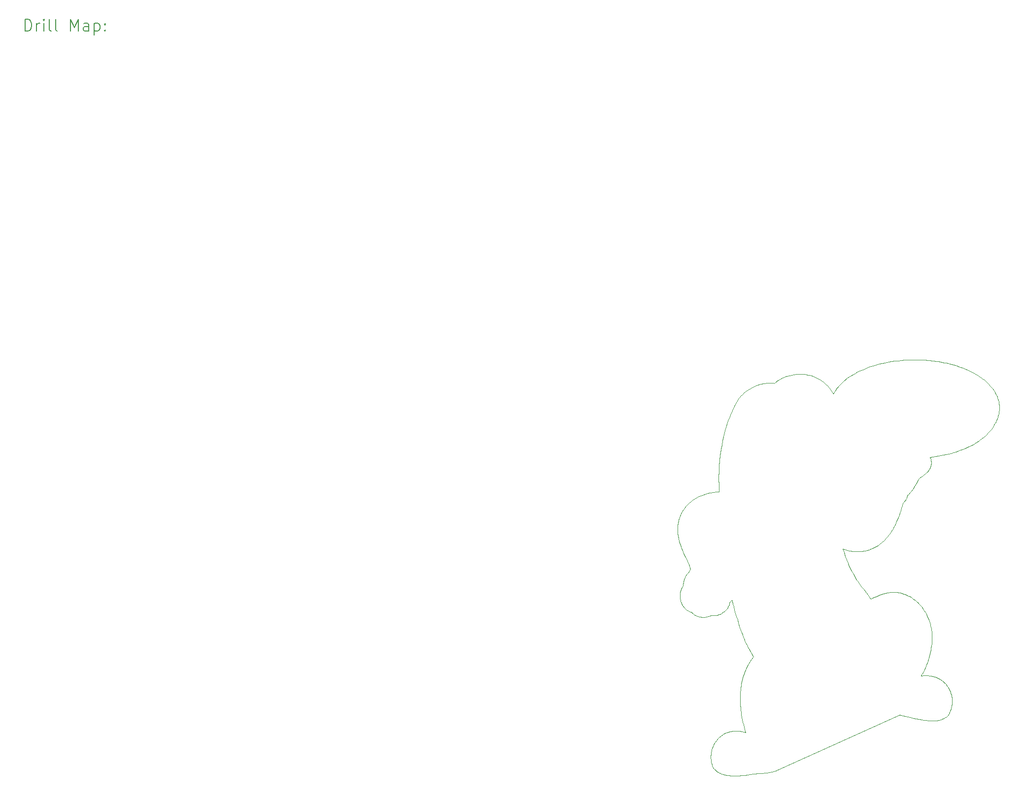
<source format=gbr>
%TF.GenerationSoftware,KiCad,Pcbnew,8.0.3*%
%TF.CreationDate,2024-07-03T13:17:24-05:00*%
%TF.ProjectId,SAO_AMAMW,53414f5f-414d-4414-9d57-2e6b69636164,rev?*%
%TF.SameCoordinates,Original*%
%TF.FileFunction,Drillmap*%
%TF.FilePolarity,Positive*%
%FSLAX45Y45*%
G04 Gerber Fmt 4.5, Leading zero omitted, Abs format (unit mm)*
G04 Created by KiCad (PCBNEW 8.0.3) date 2024-07-03 13:17:24*
%MOMM*%
%LPD*%
G01*
G04 APERTURE LIST*
%ADD10C,0.100000*%
%ADD11C,0.200000*%
G04 APERTURE END LIST*
D10*
X11472141Y-8887105D02*
X11472686Y-8907373D01*
X11472210Y-8866680D02*
X11472141Y-8887105D01*
X11472686Y-8907373D02*
X11473818Y-8927428D01*
X11472935Y-8846069D02*
X11472210Y-8866680D01*
X11473818Y-8927428D02*
X11475504Y-8947298D01*
X11474342Y-8825325D02*
X11472935Y-8846069D01*
X11475504Y-8947298D02*
X11477705Y-8966957D01*
X11476470Y-8804450D02*
X11474342Y-8825325D01*
X11477705Y-8966957D02*
X11480391Y-8986403D01*
X11479351Y-8783468D02*
X11476470Y-8804450D01*
X11480391Y-8986403D02*
X11483529Y-9005586D01*
X11483018Y-8762381D02*
X11479351Y-8783468D01*
X11483529Y-9005586D02*
X11487082Y-9024503D01*
X11487082Y-9024503D02*
X11491019Y-9043183D01*
X11487505Y-8741188D02*
X11483018Y-8762381D01*
X11491019Y-9043183D02*
X11499912Y-9079643D01*
X11492845Y-8719915D02*
X11487505Y-8741188D01*
X11499073Y-8698590D02*
X11492845Y-8719915D01*
X11499912Y-9079643D02*
X11509937Y-9114859D01*
X11506222Y-8677212D02*
X11499073Y-8698590D01*
X11509937Y-9114859D02*
X11520824Y-9148752D01*
X11512924Y-10021346D02*
X11512969Y-10035978D01*
X11512969Y-10035978D02*
X11513715Y-10050530D01*
X11513591Y-10006715D02*
X11512924Y-10021346D01*
X11513715Y-10050530D02*
X11515162Y-10065029D01*
X11514323Y-8655781D02*
X11506222Y-8677212D01*
X11514972Y-9992057D02*
X11513591Y-10006715D01*
X11515162Y-10065029D02*
X11517303Y-10079449D01*
X11516988Y-9977822D02*
X11514972Y-9992057D01*
X11517303Y-10079449D02*
X11520131Y-10093736D01*
X11519642Y-9963747D02*
X11516988Y-9977822D01*
X11520131Y-10093736D02*
X11523639Y-10107918D01*
X11520824Y-9148752D02*
X11532305Y-9181163D01*
X11522928Y-9949856D02*
X11519642Y-9963747D01*
X11523412Y-8634349D02*
X11514323Y-8655781D01*
X11523639Y-10107918D02*
X11527825Y-10121941D01*
X11526849Y-9936151D02*
X11522928Y-9949856D01*
X11527825Y-10121941D02*
X11532683Y-10135779D01*
X11531397Y-9922630D02*
X11526849Y-9936151D01*
X11532305Y-9181163D02*
X11544115Y-9212013D01*
X11532683Y-10135779D02*
X11538202Y-10149457D01*
X11533797Y-8612336D02*
X11523412Y-8634349D01*
X11536570Y-9909322D02*
X11531397Y-9922630D01*
X11538202Y-10149457D02*
X11544383Y-10162898D01*
X11542367Y-9896225D02*
X11536570Y-9909322D01*
X11544115Y-9212013D02*
X11555982Y-9241197D01*
X11544383Y-10162898D02*
X11551217Y-10176127D01*
X11545015Y-8590825D02*
X11533797Y-8612336D01*
X11548785Y-9883340D02*
X11542367Y-9896225D01*
X11551087Y-9875984D02*
X11548785Y-9883340D01*
X11551217Y-10176127D02*
X11558702Y-10189118D01*
X11555982Y-9241197D02*
X11567190Y-9267179D01*
X11557051Y-8569847D02*
X11545015Y-8590825D01*
X11558702Y-10189118D02*
X11566825Y-10201818D01*
X11564422Y-9855770D02*
X11551087Y-9875984D01*
X11566761Y-9842779D02*
X11564422Y-9855770D01*
X11566825Y-10201818D02*
X11575588Y-10214254D01*
X11567190Y-9267179D02*
X11579104Y-9293399D01*
X11568841Y-9827037D02*
X11566761Y-9842779D01*
X11569886Y-8549405D02*
X11557051Y-8569847D01*
X11573069Y-9796530D02*
X11568841Y-9827037D01*
X11575588Y-10214254D02*
X11581382Y-10221980D01*
X11576114Y-9779703D02*
X11573069Y-9796530D01*
X11579104Y-9293399D02*
X11604586Y-9347189D01*
X11580146Y-9761976D02*
X11576114Y-9779703D01*
X11581382Y-10221980D02*
X11588274Y-10230446D01*
X11583504Y-8529511D02*
X11569886Y-8549405D01*
X11585433Y-9743534D02*
X11580146Y-9761976D01*
X11588274Y-10230446D02*
X11595397Y-10238516D01*
X11592251Y-9724511D02*
X11585433Y-9743534D01*
X11595397Y-10238516D02*
X11602731Y-10246163D01*
X11596320Y-9714800D02*
X11592251Y-9724511D01*
X11597889Y-8510175D02*
X11583504Y-8529511D01*
X11600874Y-9705037D02*
X11596320Y-9714800D01*
X11602731Y-10246163D02*
X11610248Y-10253386D01*
X11604586Y-9347189D02*
X11630462Y-9401878D01*
X11605946Y-9695168D02*
X11600874Y-9705037D01*
X11610248Y-10253386D02*
X11626282Y-10267118D01*
X11611571Y-9685247D02*
X11605946Y-9695168D01*
X11613023Y-8491403D02*
X11597889Y-8510175D01*
X11618699Y-9673658D02*
X11611571Y-9685247D01*
X11626065Y-9662519D02*
X11618699Y-9673658D01*
X11626282Y-10267118D02*
X11628134Y-10268255D01*
X11628134Y-10268255D02*
X11637619Y-10274949D01*
X11628888Y-8473208D02*
X11613023Y-8491403D01*
X11630462Y-9401878D02*
X11643138Y-9429792D01*
X11633677Y-9651777D02*
X11626065Y-9662519D01*
X11637619Y-10274949D02*
X11647377Y-10281061D01*
X11641548Y-9641458D02*
X11633677Y-9651777D01*
X11643138Y-9429792D02*
X11655214Y-9457758D01*
X11645469Y-8455600D02*
X11628888Y-8473208D01*
X11647377Y-10281061D02*
X11657391Y-10286591D01*
X11649695Y-9631510D02*
X11641548Y-9641458D01*
X11655214Y-9457758D02*
X11666377Y-9485619D01*
X11657391Y-10286591D02*
X11667647Y-10291539D01*
X11658124Y-9621958D02*
X11649695Y-9631510D01*
X11662747Y-8438584D02*
X11645469Y-8455600D01*
X11666377Y-9485619D02*
X11676314Y-9513109D01*
X11666853Y-9612777D02*
X11658124Y-9621958D01*
X11667647Y-10291539D02*
X11678127Y-10295904D01*
X11675891Y-9603940D02*
X11666853Y-9612777D01*
X11676314Y-9513109D02*
X11684704Y-9540043D01*
X11678127Y-10295904D02*
X11688821Y-10299688D01*
X11679114Y-9594309D02*
X11675891Y-9603940D01*
X11680706Y-8422178D02*
X11662747Y-8438584D01*
X11682752Y-9584784D02*
X11679114Y-9594309D01*
X11684704Y-9540043D02*
X11688223Y-9553220D01*
X11686792Y-9575418D02*
X11682752Y-9584784D01*
X11688223Y-9553220D02*
X11691237Y-9566184D01*
X11688821Y-10299688D02*
X11699714Y-10302863D01*
X11691237Y-9566184D02*
X11686792Y-9575418D01*
X11699330Y-8406385D02*
X11680706Y-8422178D01*
X11699714Y-10302863D02*
X11710790Y-10305456D01*
X11710790Y-10305456D02*
X11721405Y-10317309D01*
X11718600Y-8391216D02*
X11699330Y-8406385D01*
X11721405Y-10317309D02*
X11732186Y-10327919D01*
X11732186Y-10327919D02*
X11742987Y-10337311D01*
X11738502Y-8376680D02*
X11718600Y-8391216D01*
X11742987Y-10337311D02*
X11753668Y-10345566D01*
X11753668Y-10345566D02*
X11764087Y-10352737D01*
X11759015Y-8362792D02*
X11738502Y-8376680D01*
X11764087Y-10352737D02*
X11774104Y-10358901D01*
X11774104Y-10358901D02*
X11783576Y-10364140D01*
X11780124Y-8349555D02*
X11759015Y-8362792D01*
X11783576Y-10364140D02*
X11792360Y-10368479D01*
X11792360Y-10368479D02*
X11803010Y-10373162D01*
X11801811Y-8336984D02*
X11780124Y-8349555D01*
X11803010Y-10373162D02*
X11813964Y-10377369D01*
X11813964Y-10377369D02*
X11825187Y-10381073D01*
X11824063Y-8325086D02*
X11801811Y-8336984D01*
X11825187Y-10381073D02*
X11836646Y-10384328D01*
X11836646Y-10384328D02*
X11848312Y-10387106D01*
X11846857Y-8313870D02*
X11824063Y-8325086D01*
X11848312Y-10387106D02*
X11860144Y-10389408D01*
X11860144Y-10389408D02*
X11872111Y-10391233D01*
X11870180Y-8303351D02*
X11846857Y-8313870D01*
X11872111Y-10391233D02*
X11884184Y-10392556D01*
X11884184Y-10392556D02*
X11896326Y-10393403D01*
X11894013Y-8293532D02*
X11870180Y-8303351D01*
X11896326Y-10393403D02*
X11908502Y-10393773D01*
X11908502Y-10393773D02*
X11920683Y-10393668D01*
X11918339Y-8284425D02*
X11894013Y-8293532D01*
X11920683Y-10393668D02*
X11932833Y-10393059D01*
X11932833Y-10393059D02*
X11944916Y-10391974D01*
X11943144Y-8276043D02*
X11918339Y-8284425D01*
X11944916Y-10391974D02*
X11956905Y-10390387D01*
X11956905Y-10390387D02*
X11968761Y-10388323D01*
X11968406Y-8268391D02*
X11943144Y-8276043D01*
X11968761Y-10388323D02*
X11980453Y-10385757D01*
X11980453Y-10385757D02*
X11991427Y-10382925D01*
X11991427Y-10382925D02*
X12002193Y-10379698D01*
X11994113Y-8261483D02*
X11968406Y-8268391D01*
X12002193Y-10379698D02*
X12012734Y-10376073D01*
X12012734Y-10376073D02*
X12023024Y-10372078D01*
X12020246Y-8255326D02*
X11994113Y-8261483D01*
X12023024Y-10372078D02*
X12034136Y-10370331D01*
X12034136Y-10370331D02*
X12046678Y-10362526D01*
X12043725Y-12799653D02*
X12044236Y-12821216D01*
X12044236Y-12821216D02*
X12045789Y-12842754D01*
X12044238Y-12778142D02*
X12043725Y-12799653D01*
X12045757Y-12756685D02*
X12044238Y-12778142D01*
X12045789Y-12842754D02*
X12048403Y-12864211D01*
X12046678Y-10362526D02*
X12063947Y-10364643D01*
X12046786Y-8249931D02*
X12020246Y-8255326D01*
X12048265Y-12735359D02*
X12045757Y-12756685D01*
X12048403Y-12864211D02*
X12052096Y-12885590D01*
X12051742Y-12714166D02*
X12048265Y-12735359D01*
X12052096Y-12885590D02*
X12056885Y-12906836D01*
X12056174Y-12693185D02*
X12051742Y-12714166D01*
X12056885Y-12906836D02*
X12062791Y-12927896D01*
X12061539Y-12672415D02*
X12056174Y-12693185D01*
X12062791Y-12927896D02*
X12069829Y-12948745D01*
X12063947Y-10364643D02*
X12081296Y-10365648D01*
X12067820Y-12651963D02*
X12061539Y-12672415D01*
X12069829Y-12948745D02*
X12077316Y-12970044D01*
X12073721Y-8245309D02*
X12046786Y-8249931D01*
X12074999Y-12631802D02*
X12067820Y-12651963D01*
X12077316Y-12970044D02*
X12085333Y-12980390D01*
X12081296Y-10365648D02*
X12098679Y-10365516D01*
X12083058Y-12612011D02*
X12074999Y-12631802D01*
X12085333Y-12980390D02*
X12093641Y-12992455D01*
X12091980Y-12592617D02*
X12083058Y-12612011D01*
X12093641Y-12992455D02*
X12102981Y-13003726D01*
X12098679Y-10365516D02*
X12116051Y-10364272D01*
X12101028Y-8241465D02*
X12073721Y-8245309D01*
X12101743Y-12573699D02*
X12091980Y-12592617D01*
X12102981Y-13003726D02*
X12110707Y-13012113D01*
X12110707Y-13012113D02*
X12114887Y-13015579D01*
X12112334Y-12555231D02*
X12101743Y-12573699D01*
X12114887Y-13015579D02*
X12127021Y-13027380D01*
X12116051Y-10364272D02*
X12133371Y-10361891D01*
X12123732Y-12537319D02*
X12112334Y-12555231D01*
X12127021Y-13027380D02*
X12139493Y-13038201D01*
X12128693Y-8238414D02*
X12101028Y-8241465D01*
X12133371Y-10361891D02*
X12150590Y-10358399D01*
X12135922Y-12519962D02*
X12123732Y-12537319D01*
X12139493Y-13038201D02*
X12145473Y-13042911D01*
X12145473Y-13042911D02*
X12160231Y-13053758D01*
X12148881Y-12503241D02*
X12135922Y-12519962D01*
X12150590Y-10358399D02*
X12167666Y-10353795D01*
X12156699Y-8236162D02*
X12128693Y-8238414D01*
X12160231Y-13053758D02*
X12175662Y-13063707D01*
X12162594Y-12487154D02*
X12148881Y-12503241D01*
X12167666Y-10353795D02*
X12184552Y-10348080D01*
X12175662Y-13063707D02*
X12184208Y-13068443D01*
X12177046Y-12471782D02*
X12162594Y-12487154D01*
X12180028Y-7999535D02*
X12180168Y-8046520D01*
X12180168Y-8046520D02*
X12180821Y-8095140D01*
X12180398Y-7953979D02*
X12180028Y-7999535D01*
X12180821Y-8095140D02*
X12181983Y-8145598D01*
X12181279Y-7909646D02*
X12180398Y-7953979D01*
X12181983Y-8145598D02*
X12183652Y-8198105D01*
X12182671Y-7866331D02*
X12181279Y-7909646D01*
X12183652Y-8198105D02*
X12185028Y-8234723D01*
X12184208Y-13068443D02*
X12196466Y-13075057D01*
X12184552Y-10348080D02*
X12199533Y-10342127D01*
X12184578Y-7823826D02*
X12182671Y-7866331D01*
X12185028Y-8234723D02*
X12156699Y-8236162D01*
X12188097Y-7764189D02*
X12184578Y-7823826D01*
X12190513Y-7732502D02*
X12188097Y-7764189D01*
X12192212Y-12457124D02*
X12177046Y-12471782D01*
X12193355Y-7700591D02*
X12190513Y-7732502D01*
X12196466Y-13075057D02*
X12211222Y-13082069D01*
X12196633Y-7668418D02*
X12193355Y-7700591D01*
X12199533Y-10342127D02*
X12214794Y-10335089D01*
X12200350Y-7635945D02*
X12196633Y-7668418D01*
X12204517Y-7603132D02*
X12200350Y-7635945D01*
X12208076Y-12443260D02*
X12192212Y-12457124D01*
X12209137Y-7569942D02*
X12204517Y-7603132D01*
X12211222Y-13082069D02*
X12222149Y-13086382D01*
X12214794Y-10335089D02*
X12226904Y-10328474D01*
X12219768Y-7502281D02*
X12209137Y-7569942D01*
X12222149Y-13086382D02*
X12234500Y-13091144D01*
X12224623Y-12430216D02*
X12208076Y-12443260D01*
X12226904Y-10328474D02*
X12239056Y-10320960D01*
X12232293Y-7432656D02*
X12219768Y-7502281D01*
X12234500Y-13091144D02*
X12247681Y-13095616D01*
X12239056Y-10320960D02*
X12252222Y-10312467D01*
X12241834Y-12418045D02*
X12224623Y-12430216D01*
X12246766Y-7360766D02*
X12232293Y-7432656D01*
X12247681Y-13095616D02*
X12255963Y-13097944D01*
X12252222Y-10312467D02*
X12264742Y-10303471D01*
X12255963Y-13097944D02*
X12261810Y-13099611D01*
X12259691Y-12406774D02*
X12241834Y-12418045D01*
X12261810Y-13099611D02*
X12278638Y-13107813D01*
X12263236Y-7286302D02*
X12246766Y-7360766D01*
X12264742Y-10303471D02*
X12276614Y-10293973D01*
X12276614Y-10293973D02*
X12287829Y-10284024D01*
X12278175Y-12396455D02*
X12259691Y-12406774D01*
X12278638Y-13107813D02*
X12297767Y-13107813D01*
X12281760Y-7208961D02*
X12263236Y-7286302D01*
X12287829Y-10284024D02*
X12298386Y-10273626D01*
X12296317Y-7153568D02*
X12281760Y-7208961D01*
X12297267Y-12387115D02*
X12278175Y-12396455D01*
X12297767Y-13107813D02*
X12314438Y-13110644D01*
X12298386Y-10273626D02*
X12308271Y-10262778D01*
X12304135Y-7126149D02*
X12296317Y-7153568D01*
X12308271Y-10262778D02*
X12317486Y-10251481D01*
X12312311Y-7098921D02*
X12304135Y-7126149D01*
X12314438Y-13110644D02*
X12331134Y-13113052D01*
X12316949Y-12378807D02*
X12297267Y-12387115D01*
X12317486Y-10251481D02*
X12326019Y-10239760D01*
X12320844Y-7071894D02*
X12312311Y-7098921D01*
X12326019Y-10239760D02*
X12333864Y-10227615D01*
X12327003Y-12375262D02*
X12316949Y-12378807D01*
X12329731Y-7045068D02*
X12320844Y-7071894D01*
X12331134Y-13113052D02*
X12365394Y-13117153D01*
X12333864Y-10227615D02*
X12341018Y-10215100D01*
X12338970Y-7018448D02*
X12329731Y-7045068D01*
X12341018Y-10215100D02*
X12347472Y-10202189D01*
X12341619Y-12370261D02*
X12327003Y-12375262D01*
X12347472Y-10202189D02*
X12353221Y-10188880D01*
X12348556Y-6992046D02*
X12338970Y-7018448D01*
X12353221Y-10188880D02*
X12358261Y-10175228D01*
X12356134Y-12365896D02*
X12341619Y-12370261D01*
X12358261Y-10175228D02*
X12362582Y-10161205D01*
X12358491Y-6965862D02*
X12348556Y-6992046D01*
X12362582Y-10161205D02*
X12366178Y-10146865D01*
X12365394Y-13117153D02*
X12378571Y-13118184D01*
X12366178Y-10146865D02*
X12369046Y-10132180D01*
X12368773Y-6939904D02*
X12358491Y-6965862D01*
X12369046Y-10132180D02*
X12379362Y-10125169D01*
X12369072Y-12362615D02*
X12356134Y-12365896D01*
X12378571Y-13118184D02*
X12398348Y-13119798D01*
X12379362Y-10125169D02*
X12389379Y-10117628D01*
X12379399Y-6914179D02*
X12368773Y-6939904D01*
X12383619Y-12359255D02*
X12369072Y-12362615D01*
X12389379Y-10117628D02*
X12399078Y-10109611D01*
X12390363Y-6888686D02*
X12379399Y-6914179D01*
X12397012Y-12356609D02*
X12383619Y-12359255D01*
X12398348Y-13119798D02*
X12418708Y-13120963D01*
X12399078Y-10109611D02*
X12408442Y-10101092D01*
X12401669Y-6863440D02*
X12390363Y-6888686D01*
X12408442Y-10101092D02*
X12412384Y-10117178D01*
X12412331Y-12354148D02*
X12397012Y-12356609D01*
X12412384Y-10117178D02*
X12423970Y-10163771D01*
X12413310Y-6838437D02*
X12401669Y-6863440D01*
X12418708Y-13120963D02*
X12439583Y-13121650D01*
X12423970Y-10163771D02*
X12435853Y-10209941D01*
X12425288Y-6813690D02*
X12413310Y-6838437D01*
X12435853Y-10209941D02*
X12451326Y-10267197D01*
X12437599Y-6789200D02*
X12425288Y-6813690D01*
X12438419Y-12351185D02*
X12412331Y-12354148D01*
X12439583Y-13121650D02*
X12460909Y-13121889D01*
X12447137Y-6766258D02*
X12437599Y-6789200D01*
X12451326Y-10267197D02*
X12467732Y-10325088D01*
X12453157Y-12350021D02*
X12438419Y-12351185D01*
X12457670Y-6743430D02*
X12447137Y-6766258D01*
X12460909Y-13121889D02*
X12495265Y-13121359D01*
X12467732Y-10325088D02*
X12485007Y-10383375D01*
X12469161Y-6720787D02*
X12457670Y-6743430D01*
X12479747Y-12349359D02*
X12453157Y-12350021D01*
X12481573Y-6698395D02*
X12469161Y-6720787D01*
X12485007Y-10383375D02*
X12503083Y-10441848D01*
X12492870Y-12349359D02*
X12479747Y-12349359D01*
X12495265Y-13121359D02*
X12529462Y-13119825D01*
X12495649Y-6675131D02*
X12481573Y-6698395D01*
X12503083Y-10441848D02*
X12517106Y-10486589D01*
X12510658Y-6652480D02*
X12495649Y-6675131D01*
X12512214Y-12350232D02*
X12492870Y-12349359D01*
X12517106Y-10486589D02*
X12543528Y-10569906D01*
X12526586Y-6630458D02*
X12510658Y-6652480D01*
X12529462Y-13119825D02*
X12563482Y-13117444D01*
X12531817Y-12351899D02*
X12512214Y-12350232D01*
X12541951Y-12353116D02*
X12531817Y-12351899D01*
X12543419Y-6609093D02*
X12526586Y-6630458D01*
X12543528Y-10569906D02*
X12558156Y-10614250D01*
X12546036Y-11791645D02*
X12546541Y-11830141D01*
X12546483Y-11753624D02*
X12546036Y-11791645D01*
X12546541Y-11830141D02*
X12547999Y-11869115D01*
X12547880Y-11716080D02*
X12546483Y-11753624D01*
X12547999Y-11869115D02*
X12550407Y-11908590D01*
X12550229Y-11679038D02*
X12547880Y-11716080D01*
X12550407Y-11908590D02*
X12553764Y-11948542D01*
X12553529Y-11642499D02*
X12550229Y-11679038D01*
X12553764Y-11948542D02*
X12558074Y-11988971D01*
X12557781Y-11606437D02*
X12553529Y-11642499D01*
X12558074Y-11988971D02*
X12563337Y-12029849D01*
X12558156Y-10614250D02*
X12573621Y-10659282D01*
X12561138Y-6588398D02*
X12543419Y-6609093D01*
X12562985Y-11570877D02*
X12557781Y-11606437D01*
X12563337Y-12029849D02*
X12569552Y-12071230D01*
X12563482Y-13117444D02*
X12597312Y-13114374D01*
X12569139Y-11535819D02*
X12562985Y-11570877D01*
X12569552Y-12071230D02*
X12576717Y-12113087D01*
X12570764Y-12357350D02*
X12541951Y-12353116D01*
X12573621Y-10659282D02*
X12586969Y-10696562D01*
X12576243Y-11501238D02*
X12569139Y-11535819D01*
X12576717Y-12113087D02*
X12584832Y-12155393D01*
X12579733Y-6568395D02*
X12561138Y-6588398D01*
X12584300Y-11467187D02*
X12576243Y-11501238D01*
X12584390Y-12359969D02*
X12570764Y-12357350D01*
X12584832Y-12155393D02*
X12593901Y-12198203D01*
X12586969Y-10696562D02*
X12599788Y-10730720D01*
X12593309Y-11433611D02*
X12584300Y-11467187D01*
X12593901Y-12198203D02*
X12603921Y-12241462D01*
X12597312Y-13114374D02*
X12630930Y-13110776D01*
X12599183Y-6549104D02*
X12579733Y-6568395D01*
X12599788Y-10730720D02*
X12612309Y-10762285D01*
X12603268Y-11400538D02*
X12593309Y-11433611D01*
X12603921Y-12241462D02*
X12614891Y-12285171D01*
X12609869Y-12365737D02*
X12584390Y-12359969D01*
X12612309Y-10762285D02*
X12624765Y-10791891D01*
X12614179Y-11367994D02*
X12603268Y-11400538D01*
X12614891Y-12285171D02*
X12626813Y-12329357D01*
X12619473Y-6530544D02*
X12599183Y-6549104D01*
X12622543Y-12369018D02*
X12609869Y-12365737D01*
X12624765Y-10791891D02*
X12635549Y-10816101D01*
X12626040Y-11335927D02*
X12614179Y-11367994D01*
X12626813Y-12329357D02*
X12639688Y-12374018D01*
X12626961Y-6523824D02*
X12619473Y-6530544D01*
X12630930Y-13110776D02*
X12664323Y-13106754D01*
X12635549Y-10816101D02*
X12647064Y-10840786D01*
X12638854Y-11304389D02*
X12626040Y-11335927D01*
X12639688Y-12374018D02*
X12622543Y-12369018D01*
X12642333Y-6512394D02*
X12626961Y-6523824D01*
X12647064Y-10840786D02*
X12659240Y-10865816D01*
X12652618Y-11273353D02*
X12638854Y-11304389D01*
X12659240Y-10865816D02*
X12672020Y-10891084D01*
X12664323Y-13106754D02*
X12730360Y-13098129D01*
X12667331Y-11242820D02*
X12652618Y-11273353D01*
X12672020Y-10891084D02*
X12678714Y-10903836D01*
X12678714Y-10903836D02*
X12697869Y-10939529D01*
X12682997Y-11212816D02*
X12667331Y-11242820D01*
X12697869Y-10939529D02*
X12708797Y-10959029D01*
X12699616Y-11183316D02*
X12682997Y-11212816D01*
X12708797Y-10959029D02*
X12725201Y-10987498D01*
X12711718Y-11163101D02*
X12699616Y-11183316D01*
X12724140Y-11143337D02*
X12711718Y-11163101D01*
X12725201Y-10987498D02*
X12739700Y-11011839D01*
X12730360Y-13098129D02*
X12772373Y-13092546D01*
X12736834Y-11124049D02*
X12724140Y-11143337D01*
X12739700Y-11011839D02*
X12753961Y-11035123D01*
X12749754Y-11105343D02*
X12736834Y-11124049D01*
X12753961Y-11035123D02*
X12771847Y-11063486D01*
X12762652Y-11087642D02*
X12749754Y-11105343D01*
X12770709Y-6430928D02*
X12642333Y-6512394D01*
X12771847Y-11063486D02*
X12776107Y-11070127D01*
X12772373Y-13092546D02*
X12813651Y-13087440D01*
X12776107Y-11070127D02*
X12762652Y-11087642D01*
X12792622Y-6421097D02*
X12770709Y-6430928D01*
X12813651Y-13087440D02*
X12846541Y-13084212D01*
X12816958Y-6411323D02*
X12792622Y-6421097D01*
X12823414Y-6408730D02*
X12816958Y-6411323D01*
X12835622Y-6404478D02*
X12823414Y-6408730D01*
X12846541Y-13084212D02*
X12883025Y-13081354D01*
X12847174Y-6400819D02*
X12835622Y-6404478D01*
X12857598Y-6397485D02*
X12847174Y-6400819D01*
X12868726Y-6393847D02*
X12857598Y-6397485D01*
X12879955Y-6390527D02*
X12868726Y-6393847D01*
X12883025Y-13081354D02*
X12944223Y-13076380D01*
X12900222Y-6385685D02*
X12879955Y-6390527D01*
X12910197Y-6383409D02*
X12900222Y-6385685D01*
X12923437Y-6380338D02*
X12910197Y-6383409D01*
X12936735Y-6377641D02*
X12923437Y-6380338D01*
X12944223Y-13076380D02*
X12952557Y-13075587D01*
X12952557Y-13075587D02*
X12981608Y-13072597D01*
X12958404Y-6374387D02*
X12936735Y-6377641D01*
X12969120Y-6372905D02*
X12958404Y-6374387D01*
X12981608Y-13072597D02*
X12995658Y-13070903D01*
X12993620Y-6369757D02*
X12969120Y-6372905D01*
X12995658Y-13070903D02*
X13020714Y-13067623D01*
X13005714Y-6368807D02*
X12993620Y-6369757D01*
X13017909Y-6368196D02*
X13005714Y-6368807D01*
X13020714Y-13067623D02*
X13034789Y-13065427D01*
X13028572Y-6367640D02*
X13017909Y-6368196D01*
X13034789Y-13065427D02*
X13040293Y-13064527D01*
X13040293Y-13064527D02*
X13062862Y-13060664D01*
X13051035Y-6366714D02*
X13028572Y-6367640D01*
X13054607Y-6366688D02*
X13051035Y-6366714D01*
X13062862Y-13060664D02*
X13077572Y-13057648D01*
X13076726Y-6367243D02*
X13054607Y-6366688D01*
X13077572Y-13057648D02*
X13082335Y-13056616D01*
X13082335Y-13056616D02*
X13104692Y-13051642D01*
X13087230Y-6367614D02*
X13076726Y-6367243D01*
X13104692Y-13051642D02*
X13119985Y-13047541D01*
X13108555Y-6368566D02*
X13087230Y-6367614D01*
X13119985Y-13047541D02*
X13126414Y-13045768D01*
X13121594Y-6369781D02*
X13108555Y-6368566D01*
X13126414Y-13045768D02*
X13148401Y-13039339D01*
X13134828Y-6371371D02*
X13121594Y-6369781D01*
X13141125Y-6366026D02*
X13134828Y-6371371D01*
X13148401Y-13039339D02*
X13164779Y-13033518D01*
X13162371Y-6348696D02*
X13141125Y-6366026D01*
X13164779Y-13033518D02*
X13170282Y-13031507D01*
X13170282Y-13031507D02*
X13191978Y-13023173D01*
X13174595Y-6339568D02*
X13162371Y-6348696D01*
X13179516Y-6335970D02*
X13174595Y-6339568D01*
X13191978Y-13023173D02*
X13211293Y-13014097D01*
X13195285Y-6324725D02*
X13179516Y-6335970D01*
X13211293Y-13014097D02*
X15291788Y-12074378D01*
X13211848Y-6313983D02*
X13195285Y-6324725D01*
X13217325Y-6310517D02*
X13211848Y-6313983D01*
X13229761Y-6302791D02*
X13217325Y-6310517D01*
X13253996Y-6289271D02*
X13229761Y-6302791D01*
X13266220Y-6282656D02*
X13253996Y-6289271D01*
X13280719Y-6275542D02*
X13266220Y-6282656D01*
X13295457Y-6268766D02*
X13280719Y-6275542D01*
X13304532Y-6264585D02*
X13295457Y-6268766D01*
X13323688Y-6256626D02*
X13304532Y-6264585D01*
X13343478Y-6249107D02*
X13323688Y-6256626D01*
X13352924Y-6245694D02*
X13343478Y-6249107D01*
X13514505Y-6212462D02*
X13352924Y-6245694D01*
X13541307Y-6210629D02*
X13514505Y-6212462D01*
X13567845Y-6210028D02*
X13541307Y-6210629D01*
X13597637Y-6210695D02*
X13567845Y-6210028D01*
X13627270Y-6212685D02*
X13597637Y-6210695D01*
X13656692Y-6215984D02*
X13627270Y-6212685D01*
X13685875Y-6220574D02*
X13656692Y-6215984D01*
X13714768Y-6226443D02*
X13685875Y-6220574D01*
X13743343Y-6233571D02*
X13714768Y-6226443D01*
X13771547Y-6241947D02*
X13743343Y-6233571D01*
X13799328Y-6251554D02*
X13771547Y-6241947D01*
X13826660Y-6262376D02*
X13799328Y-6251554D01*
X13853515Y-6274399D02*
X13826660Y-6262376D01*
X13879815Y-6287607D02*
X13853515Y-6274399D01*
X13905558Y-6301981D02*
X13879815Y-6287607D01*
X13930667Y-6317512D02*
X13905558Y-6301981D01*
X13955115Y-6334178D02*
X13930667Y-6317512D01*
X13978874Y-6351969D02*
X13955115Y-6334178D01*
X14001893Y-6370868D02*
X13978874Y-6351969D01*
X14023510Y-6390318D02*
X14001893Y-6370868D01*
X14044173Y-6410680D02*
X14023510Y-6390318D01*
X14063885Y-6431918D02*
X14044173Y-6410680D01*
X14082617Y-6453997D02*
X14063885Y-6431918D01*
X14100371Y-6476879D02*
X14082617Y-6453997D01*
X14117119Y-6500524D02*
X14100371Y-6476879D01*
X14132835Y-6524898D02*
X14117119Y-6500524D01*
X14147546Y-6549964D02*
X14132835Y-6524898D01*
X14159055Y-6531748D02*
X14147546Y-6549964D01*
X14171279Y-6513690D02*
X14159055Y-6531748D01*
X14180831Y-6498363D02*
X14171279Y-6513690D01*
X14190858Y-6483197D02*
X14180831Y-6498363D01*
X14201415Y-6468195D02*
X14190858Y-6483197D01*
X14212448Y-6453362D02*
X14201415Y-6468195D01*
X14223984Y-6438699D02*
X14212448Y-6453362D01*
X14235996Y-6424208D02*
X14223984Y-6438699D01*
X14248484Y-6409891D02*
X14235996Y-6424208D01*
X14261449Y-6395755D02*
X14248484Y-6409891D01*
X14274863Y-6381798D02*
X14261449Y-6395755D01*
X14288728Y-6368021D02*
X14274863Y-6381798D01*
X14303068Y-6354432D02*
X14288728Y-6368021D01*
X14313149Y-9219422D02*
X14340004Y-9228179D01*
X14317832Y-6341031D02*
X14303068Y-6354432D01*
X14333045Y-6327818D02*
X14317832Y-6341031D01*
X14333098Y-9281572D02*
X14313149Y-9219422D01*
X14340004Y-9228179D02*
X14367071Y-9236011D01*
X14348709Y-6314798D02*
X14333045Y-6327818D01*
X14354344Y-9342903D02*
X14333098Y-9281572D01*
X14364769Y-6301976D02*
X14348709Y-6314798D01*
X14367071Y-9236011D02*
X14394323Y-9242943D01*
X14376860Y-9403280D02*
X14354344Y-9342903D01*
X14381252Y-6289350D02*
X14364769Y-6301976D01*
X14394323Y-9242943D02*
X14421733Y-9248923D01*
X14398159Y-6276923D02*
X14381252Y-6289350D01*
X14400593Y-9462574D02*
X14376860Y-9403280D01*
X14415489Y-6264702D02*
X14398159Y-6276923D01*
X14415516Y-9497842D02*
X14400593Y-9462574D01*
X14421733Y-9248923D02*
X14449303Y-9253976D01*
X14430809Y-9532556D02*
X14415516Y-9497842D01*
X14446393Y-9566634D02*
X14430809Y-9532556D01*
X14449303Y-9253976D02*
X14476952Y-9258104D01*
X14451314Y-6240873D02*
X14415489Y-6264702D01*
X14462215Y-9599919D02*
X14446393Y-9566634D01*
X14476952Y-9258104D02*
X14504733Y-9261279D01*
X14488673Y-6217889D02*
X14451314Y-6240873D01*
X14492853Y-9655084D02*
X14462215Y-9599919D01*
X14504733Y-9261279D02*
X14532594Y-9263528D01*
X14512724Y-9689136D02*
X14492853Y-9655084D01*
X14527567Y-6195767D02*
X14488673Y-6217889D01*
X14531906Y-9720727D02*
X14512724Y-9689136D01*
X14532594Y-9263528D02*
X14552120Y-9264348D01*
X14550559Y-9750016D02*
X14531906Y-9720727D01*
X14552120Y-9264348D02*
X14571355Y-9264427D01*
X14567916Y-6174526D02*
X14527567Y-6195767D01*
X14568789Y-9777216D02*
X14550559Y-9750016D01*
X14571355Y-9264427D02*
X14590193Y-9263872D01*
X14590193Y-9263872D02*
X14608555Y-9262760D01*
X14599110Y-9820025D02*
X14568789Y-9777216D01*
X14608555Y-9262760D02*
X14626309Y-9261252D01*
X14609667Y-6154188D02*
X14567916Y-6174526D01*
X14626309Y-9261252D02*
X14643348Y-9259400D01*
X14635120Y-9868523D02*
X14599110Y-9820025D01*
X14643348Y-9259400D02*
X14674807Y-9255193D01*
X14652794Y-6134772D02*
X14609667Y-6154188D01*
X14672690Y-9917339D02*
X14635120Y-9868523D01*
X14674807Y-9255193D02*
X14689862Y-9252733D01*
X14689862Y-9252733D02*
X14704890Y-9249796D01*
X14697217Y-6116300D02*
X14652794Y-6134772D01*
X14704890Y-9249796D02*
X14719813Y-9246409D01*
X14713674Y-9969118D02*
X14672690Y-9917339D01*
X14719813Y-9246409D02*
X14734682Y-9242520D01*
X14734682Y-9242520D02*
X14749419Y-9238207D01*
X14741826Y-10004863D02*
X14713674Y-9969118D01*
X14742911Y-6098790D02*
X14697217Y-6116300D01*
X14749419Y-9238207D02*
X14764077Y-9233418D01*
X14757489Y-10028966D02*
X14741826Y-10004863D01*
X14764077Y-9233418D02*
X14778629Y-9228153D01*
X14773523Y-10056192D02*
X14757489Y-10028966D01*
X14778629Y-9228153D02*
X14793023Y-9222464D01*
X14781725Y-10071114D02*
X14773523Y-10056192D01*
X14789504Y-10086222D02*
X14781725Y-10071114D01*
X14789795Y-6082264D02*
X14742911Y-6098790D01*
X14793023Y-9222464D02*
X14820698Y-9210558D01*
X14820698Y-9210558D02*
X14835726Y-9203626D01*
X14821360Y-10068760D02*
X14789504Y-10086222D01*
X14835726Y-9203626D02*
X14851390Y-9195953D01*
X14837870Y-6066741D02*
X14789795Y-6082264D01*
X14851390Y-9195953D02*
X14867503Y-9187460D01*
X14853321Y-10052303D02*
X14821360Y-10068760D01*
X14867503Y-9187460D02*
X14883960Y-9178147D01*
X14883960Y-9178147D02*
X14900602Y-9167934D01*
X14885521Y-10036851D02*
X14853321Y-10052303D01*
X14887029Y-6052241D02*
X14837870Y-6066741D01*
X14900602Y-9167934D02*
X14917350Y-9156742D01*
X14917350Y-9156742D02*
X14942830Y-9138354D01*
X14918065Y-10022537D02*
X14885521Y-10036851D01*
X14937273Y-6038786D02*
X14887029Y-6052241D01*
X14942830Y-9138354D02*
X14967198Y-9119462D01*
X14952672Y-10008832D02*
X14918065Y-10022537D01*
X14967198Y-9119462D02*
X14990349Y-9100121D01*
X14986698Y-9996978D02*
X14952672Y-10008832D01*
X14988523Y-6026394D02*
X14937273Y-6038786D01*
X14990349Y-9100121D02*
X15012203Y-9080410D01*
X15003525Y-9991740D02*
X14986698Y-9996978D01*
X15012203Y-9080410D02*
X15030010Y-9063133D01*
X15020220Y-9986977D02*
X15003525Y-9991740D01*
X15030010Y-9063133D02*
X15047525Y-9044956D01*
X15036810Y-9982664D02*
X15020220Y-9986977D01*
X15040725Y-6015087D02*
X14988523Y-6026394D01*
X15047525Y-9044956D02*
X15064776Y-9025826D01*
X15053267Y-9978828D02*
X15036810Y-9982664D01*
X15064776Y-9025826D02*
X15081815Y-9005745D01*
X15069644Y-9975441D02*
X15053267Y-9978828D01*
X15081815Y-9005745D02*
X15098643Y-8984657D01*
X15085943Y-9972504D02*
X15069644Y-9975441D01*
X15093854Y-6004885D02*
X15040725Y-6015087D01*
X15098643Y-8984657D02*
X15115285Y-8962485D01*
X15102135Y-9970044D02*
X15085943Y-9972504D01*
X15115285Y-8962485D02*
X15131795Y-8939255D01*
X15118275Y-9968006D02*
X15102135Y-9970044D01*
X15131795Y-8939255D02*
X15148199Y-8914913D01*
X15134308Y-9966445D02*
X15118275Y-9968006D01*
X15147855Y-5995806D02*
X15093854Y-6004885D01*
X15148199Y-8914913D02*
X15160132Y-8896234D01*
X15150316Y-9965334D02*
X15134308Y-9966445D01*
X15160132Y-8896234D02*
X15171800Y-8877051D01*
X15166244Y-9964646D02*
X15150316Y-9965334D01*
X15171800Y-8877051D02*
X15183177Y-8857340D01*
X15182119Y-9964435D02*
X15166244Y-9964646D01*
X15183177Y-8857340D02*
X15194289Y-8837020D01*
X15194289Y-8837020D02*
X15205190Y-8816118D01*
X15198708Y-9964673D02*
X15182119Y-9964435D01*
X15202650Y-5987873D02*
X15147855Y-5995806D01*
X15205190Y-8816118D02*
X15215879Y-8794528D01*
X15215244Y-9965440D02*
X15198708Y-9964673D01*
X15215879Y-8794528D02*
X15226357Y-8772276D01*
X15226357Y-8772276D02*
X15236649Y-8749284D01*
X15231754Y-9966684D02*
X15215244Y-9965440D01*
X15236649Y-8749284D02*
X15252233Y-8712639D01*
X15248185Y-9968456D02*
X15231754Y-9966684D01*
X15252233Y-8712639D02*
X15267235Y-8675148D01*
X15258213Y-5981105D02*
X15202650Y-5987873D01*
X15264563Y-9970705D02*
X15248185Y-9968456D01*
X15267235Y-8675148D02*
X15281628Y-8636757D01*
X15280861Y-9973457D02*
X15264563Y-9970705D01*
X15281628Y-8636757D02*
X15295466Y-8597414D01*
X15291788Y-12074378D02*
X15309092Y-12077844D01*
X15295466Y-8597414D02*
X15308748Y-8557065D01*
X15297133Y-9976685D02*
X15280861Y-9973457D01*
X15308748Y-8557065D02*
X15321527Y-8515665D01*
X15309092Y-12077844D02*
X15348991Y-12085914D01*
X15313299Y-9980442D02*
X15297133Y-9976685D01*
X15314516Y-5975522D02*
X15258213Y-5981105D01*
X15321527Y-8515665D02*
X15333777Y-8473155D01*
X15329412Y-9984675D02*
X15313299Y-9980442D01*
X15333777Y-8473155D02*
X15345525Y-8429483D01*
X15345446Y-9989411D02*
X15329412Y-9984675D01*
X15345525Y-8429483D02*
X15358939Y-8417143D01*
X15348991Y-12085914D02*
X15383202Y-12093693D01*
X15358939Y-8417143D02*
X15370660Y-8404617D01*
X15361400Y-9994650D02*
X15345446Y-9989411D01*
X15370660Y-8404617D02*
X15380820Y-8392034D01*
X15371454Y-5971145D02*
X15314516Y-5975522D01*
X15377248Y-10000365D02*
X15361400Y-9994650D01*
X15380820Y-8392034D02*
X15389525Y-8379519D01*
X15383202Y-12093693D02*
X15472869Y-12116235D01*
X15389525Y-8379519D02*
X15396907Y-8367205D01*
X15393044Y-10006583D02*
X15377248Y-10000365D01*
X15396907Y-8367205D02*
X15403045Y-8355222D01*
X15403045Y-8355222D02*
X15408072Y-8343694D01*
X15408072Y-8343694D02*
X15412094Y-8332751D01*
X15408734Y-10013303D02*
X15393044Y-10006583D01*
X15412094Y-8332751D02*
X15416777Y-8316551D01*
X15416777Y-8316551D02*
X15420058Y-8300075D01*
X15420058Y-8300075D02*
X15435457Y-8285420D01*
X15424318Y-10020500D02*
X15408734Y-10013303D01*
X15429027Y-5967993D02*
X15371454Y-5971145D01*
X15435457Y-8285420D02*
X15450273Y-8270241D01*
X15439822Y-10028199D02*
X15424318Y-10020500D01*
X15450273Y-8270241D02*
X15464534Y-8254596D01*
X15454480Y-10035951D02*
X15439822Y-10028199D01*
X15464534Y-8254596D02*
X15478266Y-8238544D01*
X15468926Y-10044100D02*
X15454480Y-10035951D01*
X15472869Y-12116235D02*
X15520679Y-12127612D01*
X15478266Y-8238544D02*
X15491442Y-8222142D01*
X15483161Y-10052620D02*
X15468926Y-10044100D01*
X15487183Y-5966087D02*
X15429027Y-5967993D01*
X15491442Y-8222142D02*
X15504142Y-8205455D01*
X15497210Y-10061510D02*
X15483161Y-10052620D01*
X15504142Y-8205455D02*
X15516340Y-8188540D01*
X15511022Y-10070770D02*
X15497210Y-10061510D01*
X15516340Y-8188540D02*
X15528061Y-8171453D01*
X15520679Y-12127612D02*
X15570024Y-12138592D01*
X15524648Y-10080375D02*
X15511022Y-10070770D01*
X15528061Y-8171453D02*
X15539306Y-8154261D01*
X15538036Y-10090350D02*
X15524648Y-10080375D01*
X15539306Y-8154261D02*
X15550101Y-8137015D01*
X15545841Y-5965448D02*
X15487183Y-5966087D01*
X15545841Y-5965448D02*
X15545841Y-5965448D01*
X15545841Y-5965448D02*
X15545841Y-5965448D01*
X15550101Y-8137015D02*
X15570421Y-8102609D01*
X15551212Y-10100668D02*
X15538036Y-10090350D01*
X15564150Y-10111331D02*
X15551212Y-10100668D01*
X15570024Y-12138592D02*
X15620533Y-12148858D01*
X15570421Y-8102609D02*
X15589100Y-8068716D01*
X15576850Y-10122338D02*
X15564150Y-10111331D01*
X15583967Y-5965713D02*
X15545841Y-5965448D01*
X15589100Y-8068716D02*
X15606272Y-8035810D01*
X15589312Y-10133688D02*
X15576850Y-10122338D01*
X15601562Y-10145356D02*
X15589312Y-10133688D01*
X15606272Y-8035810D02*
X15611193Y-8027420D01*
X15611193Y-8027420D02*
X15617305Y-8019188D01*
X15613548Y-10157342D02*
X15601562Y-10145356D01*
X15617305Y-8019188D02*
X15624634Y-8010957D01*
X15620533Y-12148858D02*
X15671809Y-12158013D01*
X15621829Y-5966504D02*
X15583967Y-5965713D01*
X15624634Y-8010957D02*
X15633206Y-8002562D01*
X15625269Y-10169672D02*
X15613548Y-10157342D01*
X15633206Y-8002562D02*
X15643022Y-7993841D01*
X15636778Y-10182292D02*
X15625269Y-10169672D01*
X15643022Y-7993841D02*
X15654108Y-7984639D01*
X15647996Y-10195257D02*
X15636778Y-10182292D01*
X15651912Y-11404322D02*
X15664982Y-11383261D01*
X15654108Y-7984639D02*
X15680222Y-7964134D01*
X15659400Y-5967815D02*
X15621829Y-5966504D01*
X15664982Y-11383261D02*
X15666385Y-11380985D01*
X15666385Y-11380985D02*
X15677788Y-11362279D01*
X15669666Y-10222059D02*
X15647996Y-10195257D01*
X15671809Y-12158013D02*
X15697632Y-12162087D01*
X15674084Y-11401147D02*
X15651912Y-11404322D01*
X15677788Y-11362279D02*
X15688742Y-11343494D01*
X15680222Y-7964134D02*
X15701918Y-7947230D01*
X15688742Y-11343494D02*
X15702871Y-11317380D01*
X15690250Y-10250025D02*
X15669666Y-10222059D01*
X15696309Y-11398871D02*
X15674084Y-11401147D01*
X15696680Y-5969640D02*
X15659400Y-5967815D01*
X15697632Y-12162087D02*
X15723535Y-12165739D01*
X15701918Y-7947230D02*
X15724540Y-7928823D01*
X15702871Y-11317380D02*
X15716338Y-11290710D01*
X15709723Y-10279156D02*
X15690250Y-10250025D01*
X15716338Y-11290710D02*
X15729170Y-11263431D01*
X15718587Y-11397495D02*
X15696309Y-11398871D01*
X15723535Y-12165739D02*
X15749437Y-12168940D01*
X15724540Y-7928823D02*
X15747585Y-7908484D01*
X15728059Y-10309398D02*
X15709723Y-10279156D01*
X15729170Y-11263431D02*
X15741341Y-11235544D01*
X15733642Y-5971973D02*
X15696680Y-5969640D01*
X15740865Y-11397019D02*
X15718587Y-11397495D01*
X15741341Y-11235544D02*
X15752877Y-11207049D01*
X15745204Y-10340698D02*
X15728059Y-10309398D01*
X15747585Y-7908484D02*
X15759148Y-7897459D01*
X15749437Y-12168940D02*
X15775314Y-12171665D01*
X15752877Y-11207049D02*
X15763778Y-11177918D01*
X15759148Y-7897459D02*
X15770604Y-7885791D01*
X15759915Y-11397363D02*
X15740865Y-11397019D01*
X15761158Y-10373004D02*
X15745204Y-10340698D01*
X15763778Y-11177918D02*
X15774044Y-11148126D01*
X15770313Y-5974808D02*
X15733642Y-5971973D01*
X15770604Y-7885791D02*
X15781664Y-7873144D01*
X15774044Y-11148126D02*
X15783674Y-11117672D01*
X15775314Y-12171665D02*
X15796163Y-12173544D01*
X15775843Y-10406315D02*
X15761158Y-10373004D01*
X15778780Y-11398395D02*
X15759915Y-11397363D01*
X15781664Y-7873144D02*
X15791638Y-7859827D01*
X15783674Y-11117672D02*
X15792670Y-11086558D01*
X15789257Y-10440578D02*
X15775843Y-10406315D01*
X15791638Y-7859827D02*
X15800502Y-7845913D01*
X15792670Y-11086558D02*
X15801058Y-11054755D01*
X15796163Y-12173544D02*
X15817673Y-12175131D01*
X15797406Y-11400088D02*
X15778780Y-11398395D01*
X15797962Y-10465370D02*
X15789257Y-10440578D01*
X15800502Y-7845913D02*
X15808228Y-7831467D01*
X15801058Y-11054755D02*
X15808836Y-11022237D01*
X15805952Y-10490346D02*
X15797962Y-10465370D01*
X15806667Y-5978139D02*
X15770313Y-5974808D01*
X15808228Y-7831467D02*
X15814842Y-7816563D01*
X15808836Y-11022237D02*
X15815980Y-10989006D01*
X15811958Y-7642375D02*
X15858816Y-7636657D01*
X15813175Y-10515482D02*
X15805952Y-10490346D01*
X15814842Y-7816563D02*
X15820346Y-7801270D01*
X15815795Y-11402470D02*
X15797406Y-11400088D01*
X15815980Y-10989006D02*
X15822515Y-10955033D01*
X15817673Y-12175131D02*
X15839713Y-12176216D01*
X15818044Y-7657699D02*
X15811958Y-7642375D01*
X15819658Y-10540802D02*
X15813175Y-10515482D01*
X15820346Y-7801270D02*
X15824685Y-7785660D01*
X15822515Y-10955033D02*
X15828468Y-10920320D01*
X15822965Y-7673339D02*
X15818044Y-7657699D01*
X15824685Y-7785660D02*
X15827913Y-7769798D01*
X15825399Y-10566255D02*
X15819658Y-10540802D01*
X15826696Y-7689219D02*
X15822965Y-7673339D01*
X15827913Y-7769798D02*
X15829976Y-7753759D01*
X15828468Y-10920320D02*
X15833813Y-10884866D01*
X15829262Y-7705271D02*
X15826696Y-7689219D01*
X15829976Y-7753759D02*
X15830902Y-7737611D01*
X15830400Y-10591814D02*
X15825399Y-10566255D01*
X15830664Y-7721424D02*
X15829262Y-7705271D01*
X15830902Y-7737611D02*
X15830664Y-7721424D01*
X15833813Y-10884866D02*
X15838549Y-10848618D01*
X15833919Y-11405539D02*
X15815795Y-11402470D01*
X15834633Y-10617452D02*
X15830400Y-10591814D01*
X15838126Y-10643169D02*
X15834633Y-10617452D01*
X15838549Y-10848618D02*
X15841195Y-10823165D01*
X15839713Y-12176216D02*
X15862150Y-12176639D01*
X15840851Y-10668940D02*
X15838126Y-10643169D01*
X15841195Y-10823165D02*
X15843047Y-10797606D01*
X15842676Y-5981961D02*
X15806667Y-5978139D01*
X15842835Y-10694710D02*
X15840851Y-10668940D01*
X15843047Y-10797606D02*
X15844158Y-10771968D01*
X15844026Y-10720507D02*
X15842835Y-10694710D01*
X15844158Y-10771968D02*
X15844476Y-10746251D01*
X15844476Y-10746251D02*
X15844026Y-10720507D01*
X15851805Y-11409243D02*
X15833919Y-11405539D01*
X15858816Y-7636657D02*
X15905144Y-7630106D01*
X15862150Y-12176639D02*
X15862176Y-12176639D01*
X15862176Y-12176639D02*
X15877734Y-12176401D01*
X15869373Y-11413635D02*
X15851805Y-11409243D01*
X15877734Y-12176401D02*
X15892974Y-12175713D01*
X15878342Y-5986266D02*
X15842676Y-5981961D01*
X15886650Y-11418662D02*
X15869373Y-11413635D01*
X15892974Y-12175713D02*
X15907843Y-12174576D01*
X15903636Y-11424351D02*
X15886650Y-11418662D01*
X15905144Y-7630106D02*
X15950917Y-7622737D01*
X15907843Y-12174576D02*
X15922395Y-12172962D01*
X15913664Y-5991049D02*
X15878342Y-5986266D01*
X15920279Y-11430701D02*
X15903636Y-11424351D01*
X15922395Y-12172962D02*
X15936630Y-12170898D01*
X15936577Y-11437686D02*
X15920279Y-11430701D01*
X15936630Y-12170898D02*
X15950547Y-12168358D01*
X15948615Y-5996304D02*
X15913664Y-5991049D01*
X15950547Y-12168358D02*
X15964120Y-12165342D01*
X15950917Y-7622737D02*
X15996082Y-7614562D01*
X15952531Y-11445306D02*
X15936577Y-11437686D01*
X15964120Y-12165342D02*
X15977402Y-12161876D01*
X15968089Y-11453534D02*
X15952531Y-11445306D01*
X15977402Y-12161876D02*
X15990367Y-12157933D01*
X15983196Y-6002025D02*
X15948615Y-5996304D01*
X15983276Y-11462424D02*
X15968089Y-11453534D01*
X15990367Y-12157933D02*
X16003040Y-12153515D01*
X15996082Y-7614562D02*
X16040637Y-7605592D01*
X15998066Y-11471923D02*
X15983276Y-11462424D01*
X16003040Y-12153515D02*
X16015396Y-12148620D01*
X16012433Y-11482056D02*
X15998066Y-11471923D01*
X16015396Y-12148620D02*
X16027461Y-12143275D01*
X16017381Y-6008206D02*
X15983196Y-6002025D01*
X16027461Y-12143275D02*
X16039235Y-12137428D01*
X16028176Y-11494200D02*
X16012433Y-11482056D01*
X16039235Y-12137428D02*
X16050745Y-12131105D01*
X16040637Y-7605592D02*
X16084532Y-7595837D01*
X16043204Y-11507006D02*
X16028176Y-11494200D01*
X16050745Y-12131105D02*
X16061963Y-12124331D01*
X16051168Y-6014840D02*
X16017381Y-6008206D01*
X16057571Y-11520447D02*
X16043204Y-11507006D01*
X16061963Y-12124331D02*
X16072890Y-12117055D01*
X16071223Y-11534470D02*
X16057571Y-11520447D01*
X16072890Y-12117055D02*
X16083632Y-12110811D01*
X16083632Y-12110811D02*
X16093872Y-12103773D01*
X16084161Y-11549048D02*
X16071223Y-11534470D01*
X16084532Y-7595837D02*
X16127738Y-7585315D01*
X16084558Y-6021923D02*
X16051168Y-6014840D01*
X16093872Y-12103773D02*
X16103502Y-12095942D01*
X16096412Y-11564156D02*
X16084161Y-11549048D01*
X16103502Y-12095942D02*
X16112578Y-12087316D01*
X16107921Y-11579767D02*
X16096412Y-11564156D01*
X16112578Y-12087316D02*
X16120965Y-12077976D01*
X16117525Y-6029448D02*
X16084558Y-6021923D01*
X16118716Y-11595853D02*
X16107921Y-11579767D01*
X16120965Y-12077976D02*
X16128717Y-12067922D01*
X16127738Y-7585315D02*
X16170257Y-7574033D01*
X16128717Y-12067922D02*
X16135729Y-12057180D01*
X16128770Y-11612390D02*
X16118716Y-11595853D01*
X16135729Y-12057180D02*
X16141999Y-12045803D01*
X16138110Y-11629323D02*
X16128770Y-11612390D01*
X16141999Y-12045803D02*
X16150704Y-12027362D01*
X16146682Y-11646653D02*
X16138110Y-11629323D01*
X16150069Y-6037408D02*
X16117525Y-6029448D01*
X16150704Y-12027362D02*
X16158509Y-12008682D01*
X16154487Y-11664327D02*
X16146682Y-11646653D01*
X16158509Y-12008682D02*
X16165441Y-11989764D01*
X16161552Y-11682319D02*
X16154487Y-11664327D01*
X16165441Y-11989764D02*
X16171474Y-11970662D01*
X16167849Y-11700602D02*
X16161552Y-11682319D01*
X16170257Y-7574033D02*
X16212008Y-7562008D01*
X16171474Y-11970662D02*
X16176660Y-11951426D01*
X16173352Y-11719175D02*
X16167849Y-11700602D01*
X16176660Y-11951426D02*
X16180972Y-11932059D01*
X16178115Y-11737961D02*
X16173352Y-11719175D01*
X16180972Y-11932059D02*
X16184438Y-11912586D01*
X16182057Y-11756931D02*
X16178115Y-11737961D01*
X16182163Y-6045799D02*
X16150069Y-6037408D01*
X16184438Y-11912586D02*
X16187031Y-11893033D01*
X16185206Y-11776114D02*
X16182057Y-11756931D01*
X16187031Y-11893033D02*
X16188804Y-11873480D01*
X16187560Y-11795402D02*
X16185206Y-11776114D01*
X16188804Y-11873480D02*
X16189730Y-11853901D01*
X16189095Y-11814822D02*
X16187560Y-11795402D01*
X16189730Y-11853901D02*
X16189809Y-11834348D01*
X16189809Y-11834348D02*
X16189095Y-11814822D01*
X16212008Y-7562008D02*
X16252992Y-7549247D01*
X16213807Y-6054613D02*
X16182163Y-6045799D01*
X16245001Y-6063845D02*
X16213807Y-6054613D01*
X16252992Y-7549247D02*
X16293182Y-7535766D01*
X16275719Y-6073489D02*
X16245001Y-6063845D01*
X16293182Y-7535766D02*
X16332525Y-7521577D01*
X16305961Y-6083539D02*
X16275719Y-6073489D01*
X16332525Y-7521577D02*
X16370996Y-7506691D01*
X16335700Y-6093988D02*
X16305961Y-6083539D01*
X16364937Y-6104832D02*
X16335700Y-6093988D01*
X16370996Y-7506691D02*
X16408567Y-7491121D01*
X16393671Y-6116063D02*
X16364937Y-6104832D01*
X16408567Y-7491121D02*
X16445211Y-7474878D01*
X16421875Y-6127676D02*
X16393671Y-6116063D01*
X16445211Y-7474878D02*
X16480930Y-7457976D01*
X16449550Y-6139664D02*
X16421875Y-6127676D01*
X16476697Y-6152023D02*
X16449550Y-6139664D01*
X16480930Y-7457976D02*
X16515617Y-7440429D01*
X16503261Y-6164745D02*
X16476697Y-6152023D01*
X16515617Y-7440429D02*
X16549325Y-7422244D01*
X16529269Y-6177825D02*
X16503261Y-6164745D01*
X16549325Y-7422244D02*
X16581948Y-7403438D01*
X16554696Y-6191257D02*
X16529269Y-6177825D01*
X16579540Y-6205033D02*
X16554696Y-6191257D01*
X16581948Y-7403438D02*
X16613513Y-7384020D01*
X16603776Y-6219151D02*
X16579540Y-6205033D01*
X16613513Y-7384020D02*
X16643966Y-7364004D01*
X16627430Y-6233602D02*
X16603776Y-6219151D01*
X16643966Y-7364004D02*
X16673282Y-7343401D01*
X16650448Y-6248379D02*
X16627430Y-6233602D01*
X16672832Y-6263482D02*
X16650448Y-6248379D01*
X16673282Y-7343401D02*
X16701407Y-7322227D01*
X16694581Y-6278896D02*
X16672832Y-6263482D01*
X16701407Y-7322227D02*
X16728368Y-7300491D01*
X16715694Y-6294623D02*
X16694581Y-6278896D01*
X16728368Y-7300491D02*
X16754059Y-7278205D01*
X16736120Y-6310652D02*
X16715694Y-6294623D01*
X16754059Y-7278205D02*
X16778507Y-7255382D01*
X16755885Y-6326979D02*
X16736120Y-6310652D01*
X16774961Y-6343598D02*
X16755885Y-6326979D01*
X16778507Y-7255382D02*
X16801658Y-7232036D01*
X16793350Y-6360499D02*
X16774961Y-6343598D01*
X16801658Y-7232036D02*
X16823486Y-7208178D01*
X16811050Y-6377684D02*
X16793350Y-6360499D01*
X16823486Y-7208178D02*
X16843938Y-7183818D01*
X16828010Y-6395141D02*
X16811050Y-6377684D01*
X16843938Y-7183818D02*
X16863041Y-7158971D01*
X16844282Y-6412865D02*
X16828010Y-6395141D01*
X16859787Y-6430852D02*
X16844282Y-6412865D01*
X16863041Y-7158971D02*
X16880715Y-7133650D01*
X16874550Y-6449095D02*
X16859787Y-6430852D01*
X16880715Y-7133650D02*
X16896934Y-7107864D01*
X16888573Y-6467586D02*
X16874550Y-6449095D01*
X16896934Y-7107864D02*
X16909369Y-7089298D01*
X16901802Y-6486322D02*
X16888573Y-6467586D01*
X16909369Y-7089298D02*
X16921064Y-7070516D01*
X16914291Y-6505292D02*
X16901802Y-6486322D01*
X16921064Y-7070516D02*
X16931965Y-7051532D01*
X16925959Y-6524498D02*
X16914291Y-6505292D01*
X16931965Y-7051532D02*
X16942098Y-7032357D01*
X16936833Y-6543927D02*
X16925959Y-6524498D01*
X16942098Y-7032357D02*
X16951438Y-7013011D01*
X16946914Y-6563575D02*
X16936833Y-6543927D01*
X16951438Y-7013011D02*
X16960011Y-6993501D01*
X16956174Y-6583437D02*
X16946914Y-6563575D01*
X16960011Y-6993501D02*
X16967763Y-6973845D01*
X16964588Y-6603508D02*
X16956174Y-6583437D01*
X16967763Y-6973845D02*
X16974748Y-6954051D01*
X16972155Y-6623780D02*
X16964588Y-6603508D01*
X16974748Y-6954051D02*
X16980913Y-6934139D01*
X16978902Y-6644246D02*
X16972155Y-6623780D01*
X16980913Y-6934139D02*
X16986284Y-6914118D01*
X16984749Y-6664902D02*
X16978902Y-6644246D01*
X16986284Y-6914118D02*
X16990834Y-6894002D01*
X16989750Y-6685743D02*
X16984749Y-6664902D01*
X16990834Y-6894002D02*
X16994565Y-6873806D01*
X16993851Y-6706759D02*
X16989750Y-6685743D01*
X16994565Y-6873806D02*
X16997502Y-6853542D01*
X16997079Y-6727947D02*
X16993851Y-6706759D01*
X16997502Y-6853542D02*
X16999592Y-6833224D01*
X16999380Y-6749301D02*
X16997079Y-6727947D01*
X16999592Y-6833224D02*
X17000836Y-6812867D01*
X17000783Y-6770814D02*
X16999380Y-6749301D01*
X17000836Y-6812867D02*
X17001259Y-6792481D01*
X17001259Y-6792481D02*
X17000783Y-6770814D01*
D11*
X260777Y-311484D02*
X260777Y-111484D01*
X260777Y-111484D02*
X308396Y-111484D01*
X308396Y-111484D02*
X336967Y-121008D01*
X336967Y-121008D02*
X356015Y-140055D01*
X356015Y-140055D02*
X365539Y-159103D01*
X365539Y-159103D02*
X375062Y-197198D01*
X375062Y-197198D02*
X375062Y-225769D01*
X375062Y-225769D02*
X365539Y-263865D01*
X365539Y-263865D02*
X356015Y-282912D01*
X356015Y-282912D02*
X336967Y-301960D01*
X336967Y-301960D02*
X308396Y-311484D01*
X308396Y-311484D02*
X260777Y-311484D01*
X460777Y-311484D02*
X460777Y-178150D01*
X460777Y-216246D02*
X470301Y-197198D01*
X470301Y-197198D02*
X479824Y-187674D01*
X479824Y-187674D02*
X498872Y-178150D01*
X498872Y-178150D02*
X517920Y-178150D01*
X584586Y-311484D02*
X584586Y-178150D01*
X584586Y-111484D02*
X575063Y-121008D01*
X575063Y-121008D02*
X584586Y-130531D01*
X584586Y-130531D02*
X594110Y-121008D01*
X594110Y-121008D02*
X584586Y-111484D01*
X584586Y-111484D02*
X584586Y-130531D01*
X708396Y-311484D02*
X689348Y-301960D01*
X689348Y-301960D02*
X679824Y-282912D01*
X679824Y-282912D02*
X679824Y-111484D01*
X813158Y-311484D02*
X794110Y-301960D01*
X794110Y-301960D02*
X784586Y-282912D01*
X784586Y-282912D02*
X784586Y-111484D01*
X1041729Y-311484D02*
X1041729Y-111484D01*
X1041729Y-111484D02*
X1108396Y-254341D01*
X1108396Y-254341D02*
X1175063Y-111484D01*
X1175063Y-111484D02*
X1175063Y-311484D01*
X1356015Y-311484D02*
X1356015Y-206722D01*
X1356015Y-206722D02*
X1346491Y-187674D01*
X1346491Y-187674D02*
X1327444Y-178150D01*
X1327444Y-178150D02*
X1289348Y-178150D01*
X1289348Y-178150D02*
X1270301Y-187674D01*
X1356015Y-301960D02*
X1336967Y-311484D01*
X1336967Y-311484D02*
X1289348Y-311484D01*
X1289348Y-311484D02*
X1270301Y-301960D01*
X1270301Y-301960D02*
X1260777Y-282912D01*
X1260777Y-282912D02*
X1260777Y-263865D01*
X1260777Y-263865D02*
X1270301Y-244817D01*
X1270301Y-244817D02*
X1289348Y-235293D01*
X1289348Y-235293D02*
X1336967Y-235293D01*
X1336967Y-235293D02*
X1356015Y-225769D01*
X1451253Y-178150D02*
X1451253Y-378150D01*
X1451253Y-187674D02*
X1470301Y-178150D01*
X1470301Y-178150D02*
X1508396Y-178150D01*
X1508396Y-178150D02*
X1527443Y-187674D01*
X1527443Y-187674D02*
X1536967Y-197198D01*
X1536967Y-197198D02*
X1546491Y-216246D01*
X1546491Y-216246D02*
X1546491Y-273389D01*
X1546491Y-273389D02*
X1536967Y-292436D01*
X1536967Y-292436D02*
X1527443Y-301960D01*
X1527443Y-301960D02*
X1508396Y-311484D01*
X1508396Y-311484D02*
X1470301Y-311484D01*
X1470301Y-311484D02*
X1451253Y-301960D01*
X1632205Y-292436D02*
X1641729Y-301960D01*
X1641729Y-301960D02*
X1632205Y-311484D01*
X1632205Y-311484D02*
X1622682Y-301960D01*
X1622682Y-301960D02*
X1632205Y-292436D01*
X1632205Y-292436D02*
X1632205Y-311484D01*
X1632205Y-187674D02*
X1641729Y-197198D01*
X1641729Y-197198D02*
X1632205Y-206722D01*
X1632205Y-206722D02*
X1622682Y-197198D01*
X1622682Y-197198D02*
X1632205Y-187674D01*
X1632205Y-187674D02*
X1632205Y-206722D01*
M02*

</source>
